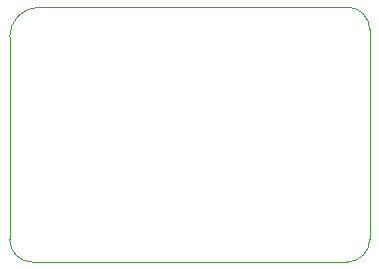
<source format=gbr>
%TF.GenerationSoftware,KiCad,Pcbnew,7.0.5*%
%TF.CreationDate,2024-08-16T02:05:39-04:00*%
%TF.ProjectId,74ls245_high_current_attempt_2,37346c73-3234-4355-9f68-6967685f6375,rev?*%
%TF.SameCoordinates,Original*%
%TF.FileFunction,Profile,NP*%
%FSLAX46Y46*%
G04 Gerber Fmt 4.6, Leading zero omitted, Abs format (unit mm)*
G04 Created by KiCad (PCBNEW 7.0.5) date 2024-08-16 02:05:39*
%MOMM*%
%LPD*%
G01*
G04 APERTURE LIST*
%TA.AperFunction,Profile*%
%ADD10C,0.100000*%
%TD*%
G04 APERTURE END LIST*
D10*
X46990000Y-40005000D02*
X46990000Y-22860000D01*
X75565000Y-41910000D02*
X48895000Y-41910000D01*
X77470000Y-22225000D02*
X77470000Y-40005000D01*
X49530000Y-20320000D02*
X75565000Y-20320000D01*
X49530000Y-20320000D02*
G75*
G03*
X46990000Y-22860000I0J-2540000D01*
G01*
X46990000Y-40005000D02*
G75*
G03*
X48895000Y-41910000I1905000J0D01*
G01*
X75565000Y-41910000D02*
G75*
G03*
X77470000Y-40005000I0J1905000D01*
G01*
X77470000Y-22225000D02*
G75*
G03*
X75565000Y-20320000I-1905000J0D01*
G01*
M02*

</source>
